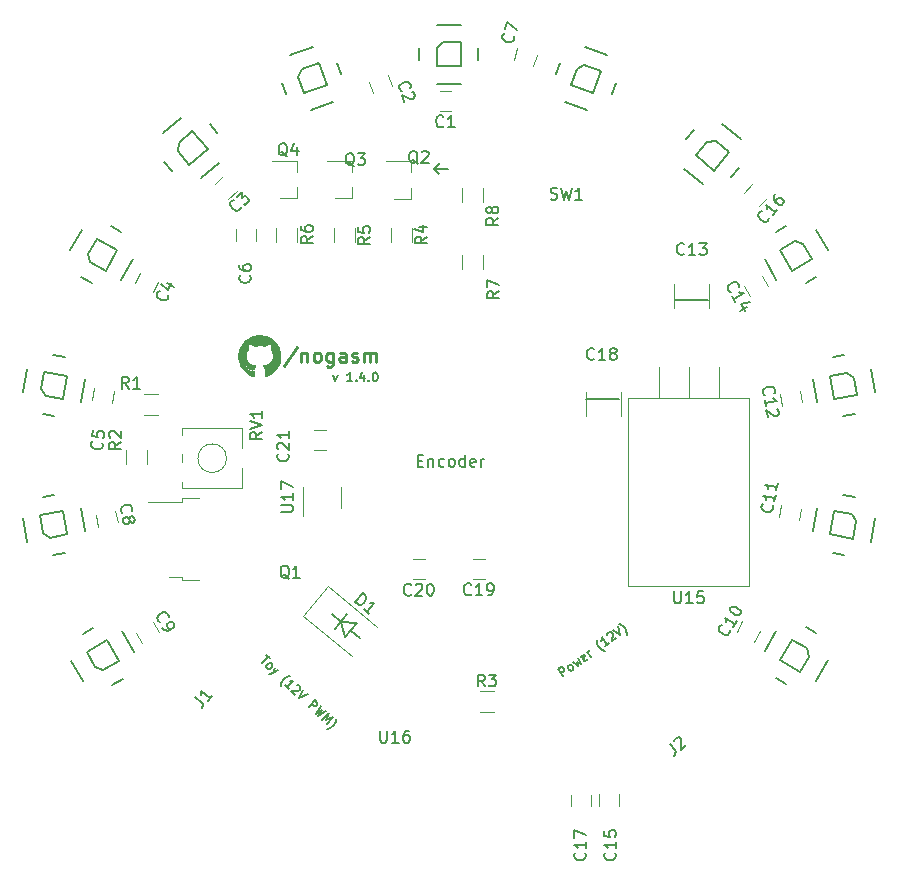
<source format=gto>
%TF.GenerationSoftware,KiCad,Pcbnew,(5.1.9)-1*%
%TF.CreationDate,2021-03-28T17:18:04-04:00*%
%TF.ProjectId,nogasm,6e6f6761-736d-42e6-9b69-6361645f7063,rev?*%
%TF.SameCoordinates,Original*%
%TF.FileFunction,Legend,Top*%
%TF.FilePolarity,Positive*%
%FSLAX46Y46*%
G04 Gerber Fmt 4.6, Leading zero omitted, Abs format (unit mm)*
G04 Created by KiCad (PCBNEW (5.1.9)-1) date 2021-03-28 17:18:04*
%MOMM*%
%LPD*%
G01*
G04 APERTURE LIST*
%ADD10C,0.200000*%
%ADD11C,0.150000*%
%ADD12C,0.250000*%
%ADD13C,0.120000*%
%ADD14C,0.010000*%
G04 APERTURE END LIST*
D10*
X118630700Y-61112400D02*
X119037100Y-61518800D01*
X118630700Y-61112400D02*
X119138700Y-60604400D01*
X119799100Y-61112400D02*
X118630700Y-61112400D01*
D11*
X129606781Y-104070278D02*
X129165942Y-103463515D01*
X129397090Y-103295577D01*
X129475869Y-103282485D01*
X129525755Y-103290387D01*
X129596633Y-103327181D01*
X129659610Y-103413862D01*
X129672701Y-103492641D01*
X129664800Y-103542527D01*
X129628006Y-103613405D01*
X129396858Y-103781343D01*
X130300224Y-103566462D02*
X130221445Y-103579553D01*
X130171559Y-103571652D01*
X130100681Y-103534858D01*
X129974727Y-103361497D01*
X129961636Y-103282717D01*
X129969537Y-103232832D01*
X130006332Y-103161954D01*
X130093012Y-103098977D01*
X130171791Y-103085885D01*
X130221677Y-103093786D01*
X130292555Y-103130581D01*
X130418509Y-103303942D01*
X130431600Y-103382721D01*
X130423699Y-103432607D01*
X130386905Y-103503485D01*
X130300224Y-103566462D01*
X130410840Y-102868061D02*
X130820307Y-103188600D01*
X130725957Y-102815696D01*
X131051454Y-103020661D01*
X130873136Y-102532184D01*
X131608331Y-102571921D02*
X131571537Y-102642800D01*
X131455963Y-102726769D01*
X131377184Y-102739860D01*
X131306306Y-102703065D01*
X131138367Y-102471918D01*
X131125276Y-102393138D01*
X131162070Y-102322260D01*
X131277644Y-102238291D01*
X131356423Y-102225200D01*
X131427302Y-102261994D01*
X131469286Y-102319781D01*
X131222336Y-102587492D01*
X131918258Y-102390892D02*
X131624366Y-101986383D01*
X131708335Y-102101957D02*
X131695244Y-102023178D01*
X131703145Y-101973292D01*
X131739940Y-101902414D01*
X131797726Y-101860429D01*
X133097468Y-101887308D02*
X133047582Y-101879407D01*
X132926819Y-101834711D01*
X132855940Y-101797916D01*
X132764070Y-101732228D01*
X132630215Y-101608753D01*
X132546245Y-101493179D01*
X132470177Y-101327720D01*
X132436094Y-101220047D01*
X132423003Y-101141268D01*
X132417813Y-101012603D01*
X132425714Y-100962717D01*
X133478505Y-101257306D02*
X133131784Y-101509214D01*
X133305145Y-101383260D02*
X132864306Y-100776497D01*
X132869496Y-100905162D01*
X132853693Y-101004934D01*
X132816899Y-101075812D01*
X133310799Y-100540391D02*
X133318700Y-100490505D01*
X133355495Y-100419627D01*
X133499962Y-100314666D01*
X133578741Y-100301574D01*
X133628627Y-100309476D01*
X133699505Y-100346270D01*
X133741490Y-100404057D01*
X133775573Y-100511730D01*
X133680760Y-101110359D01*
X134056375Y-100837459D01*
X133788897Y-100104742D02*
X134431990Y-100564559D01*
X134193405Y-99810850D01*
X134946650Y-100543799D02*
X134954551Y-100493913D01*
X134949361Y-100365248D01*
X134936270Y-100286468D01*
X134902186Y-100178796D01*
X134826118Y-100013336D01*
X134742149Y-99897762D01*
X134608294Y-99774287D01*
X134516423Y-99708599D01*
X134445545Y-99671805D01*
X134324781Y-99627109D01*
X134274895Y-99619208D01*
X104412092Y-102259843D02*
X104725530Y-102552128D01*
X104057312Y-102954501D02*
X104568811Y-102405986D01*
X104475229Y-103344214D02*
X104447346Y-103269380D01*
X104445583Y-103218904D01*
X104468178Y-103142307D01*
X104614320Y-102985588D01*
X104689154Y-102957706D01*
X104739631Y-102955943D01*
X104816228Y-102978538D01*
X104894587Y-103051609D01*
X104922470Y-103126443D01*
X104924232Y-103176920D01*
X104901638Y-103253516D01*
X104755495Y-103410235D01*
X104680661Y-103438117D01*
X104630185Y-103439880D01*
X104553588Y-103417286D01*
X104475229Y-103344214D01*
X105181905Y-103319537D02*
X104971504Y-103806999D01*
X105443102Y-103563108D02*
X104971504Y-103806999D01*
X104797479Y-103888884D01*
X104747002Y-103890646D01*
X104670406Y-103868052D01*
X105690840Y-104868455D02*
X105689077Y-104817978D01*
X105709909Y-104690905D01*
X105732503Y-104614308D01*
X105779455Y-104511592D01*
X105875120Y-104356636D01*
X105972549Y-104252157D01*
X106120454Y-104145915D01*
X106219645Y-104091913D01*
X106294479Y-104064030D01*
X106419790Y-104034385D01*
X106470266Y-104032622D01*
X106381972Y-105122282D02*
X106068535Y-104829996D01*
X106225253Y-104976139D02*
X106736752Y-104427624D01*
X106611441Y-104457269D01*
X106510488Y-104460794D01*
X106433891Y-104438200D01*
X107053715Y-104820862D02*
X107104192Y-104819100D01*
X107180788Y-104841694D01*
X107311387Y-104963480D01*
X107339270Y-105038314D01*
X107341032Y-105088790D01*
X107318438Y-105165387D01*
X107269724Y-105217627D01*
X107170533Y-105271629D01*
X106564811Y-105292781D01*
X106904368Y-105609423D01*
X107572585Y-105207050D02*
X107243925Y-105926065D01*
X107938262Y-105548050D01*
X108027518Y-106656778D02*
X108539017Y-106108263D01*
X108747975Y-106303119D01*
X108775857Y-106377953D01*
X108777620Y-106428430D01*
X108755026Y-106505027D01*
X108681954Y-106583386D01*
X108607121Y-106611268D01*
X108556644Y-106613031D01*
X108480047Y-106590437D01*
X108271089Y-106395580D01*
X109035292Y-106571047D02*
X108654393Y-107241348D01*
X109124228Y-106946980D01*
X108863351Y-107436205D01*
X109505448Y-107009475D01*
X109202908Y-107752847D02*
X109714407Y-107204331D01*
X109531889Y-107766628D01*
X110080083Y-107545331D01*
X109568585Y-108093846D01*
X109582686Y-108497661D02*
X109633163Y-108495898D01*
X109758474Y-108466253D01*
X109833308Y-108438370D01*
X109932499Y-108384368D01*
X110080404Y-108278126D01*
X110177832Y-108173647D01*
X110273498Y-108018691D01*
X110320450Y-107915975D01*
X110343044Y-107839378D01*
X110363876Y-107712305D01*
X110362113Y-107661828D01*
X110121142Y-78579285D02*
X110299714Y-79079285D01*
X110478285Y-78579285D01*
X111728285Y-79079285D02*
X111299714Y-79079285D01*
X111514000Y-79079285D02*
X111514000Y-78329285D01*
X111442571Y-78436428D01*
X111371142Y-78507857D01*
X111299714Y-78543571D01*
X112049714Y-79007857D02*
X112085428Y-79043571D01*
X112049714Y-79079285D01*
X112014000Y-79043571D01*
X112049714Y-79007857D01*
X112049714Y-79079285D01*
X112728285Y-78579285D02*
X112728285Y-79079285D01*
X112549714Y-78293571D02*
X112371142Y-78829285D01*
X112835428Y-78829285D01*
X113121142Y-79007857D02*
X113156857Y-79043571D01*
X113121142Y-79079285D01*
X113085428Y-79043571D01*
X113121142Y-79007857D01*
X113121142Y-79079285D01*
X113621142Y-78329285D02*
X113692571Y-78329285D01*
X113764000Y-78365000D01*
X113799714Y-78400714D01*
X113835428Y-78472142D01*
X113871142Y-78615000D01*
X113871142Y-78793571D01*
X113835428Y-78936428D01*
X113799714Y-79007857D01*
X113764000Y-79043571D01*
X113692571Y-79079285D01*
X113621142Y-79079285D01*
X113549714Y-79043571D01*
X113514000Y-79007857D01*
X113478285Y-78936428D01*
X113442571Y-78793571D01*
X113442571Y-78615000D01*
X113478285Y-78472142D01*
X113514000Y-78400714D01*
X113549714Y-78365000D01*
X113621142Y-78329285D01*
D10*
X139065000Y-72186800D02*
X141859000Y-72186800D01*
X131533900Y-80568800D02*
X134327900Y-80568800D01*
X110744000Y-99441000D02*
X109982000Y-98806000D01*
X111633000Y-100203000D02*
X112395000Y-100838000D01*
X112141000Y-99568000D02*
X110744000Y-99441000D01*
X111125000Y-100711000D02*
X112141000Y-99568000D01*
X110744000Y-99441000D02*
X111125000Y-100711000D01*
X110236000Y-100076000D02*
X111252000Y-98806000D01*
D12*
X107013742Y-76209614D02*
X105985171Y-77752471D01*
X107413742Y-76666757D02*
X107413742Y-77466757D01*
X107413742Y-76781042D02*
X107470885Y-76723900D01*
X107585171Y-76666757D01*
X107756600Y-76666757D01*
X107870885Y-76723900D01*
X107928028Y-76838185D01*
X107928028Y-77466757D01*
X108670885Y-77466757D02*
X108556600Y-77409614D01*
X108499457Y-77352471D01*
X108442314Y-77238185D01*
X108442314Y-76895328D01*
X108499457Y-76781042D01*
X108556600Y-76723900D01*
X108670885Y-76666757D01*
X108842314Y-76666757D01*
X108956600Y-76723900D01*
X109013742Y-76781042D01*
X109070885Y-76895328D01*
X109070885Y-77238185D01*
X109013742Y-77352471D01*
X108956600Y-77409614D01*
X108842314Y-77466757D01*
X108670885Y-77466757D01*
X110099457Y-76666757D02*
X110099457Y-77638185D01*
X110042314Y-77752471D01*
X109985171Y-77809614D01*
X109870885Y-77866757D01*
X109699457Y-77866757D01*
X109585171Y-77809614D01*
X110099457Y-77409614D02*
X109985171Y-77466757D01*
X109756600Y-77466757D01*
X109642314Y-77409614D01*
X109585171Y-77352471D01*
X109528028Y-77238185D01*
X109528028Y-76895328D01*
X109585171Y-76781042D01*
X109642314Y-76723900D01*
X109756600Y-76666757D01*
X109985171Y-76666757D01*
X110099457Y-76723900D01*
X111185171Y-77466757D02*
X111185171Y-76838185D01*
X111128028Y-76723900D01*
X111013742Y-76666757D01*
X110785171Y-76666757D01*
X110670885Y-76723900D01*
X111185171Y-77409614D02*
X111070885Y-77466757D01*
X110785171Y-77466757D01*
X110670885Y-77409614D01*
X110613742Y-77295328D01*
X110613742Y-77181042D01*
X110670885Y-77066757D01*
X110785171Y-77009614D01*
X111070885Y-77009614D01*
X111185171Y-76952471D01*
X111699457Y-77409614D02*
X111813742Y-77466757D01*
X112042314Y-77466757D01*
X112156600Y-77409614D01*
X112213742Y-77295328D01*
X112213742Y-77238185D01*
X112156600Y-77123900D01*
X112042314Y-77066757D01*
X111870885Y-77066757D01*
X111756600Y-77009614D01*
X111699457Y-76895328D01*
X111699457Y-76838185D01*
X111756600Y-76723900D01*
X111870885Y-76666757D01*
X112042314Y-76666757D01*
X112156600Y-76723900D01*
X112728028Y-77466757D02*
X112728028Y-76666757D01*
X112728028Y-76781042D02*
X112785171Y-76723900D01*
X112899457Y-76666757D01*
X113070885Y-76666757D01*
X113185171Y-76723900D01*
X113242314Y-76838185D01*
X113242314Y-77466757D01*
X113242314Y-76838185D02*
X113299457Y-76723900D01*
X113413742Y-76666757D01*
X113585171Y-76666757D01*
X113699457Y-76723900D01*
X113756600Y-76838185D01*
X113756600Y-77466757D01*
D13*
%TO.C,C19*%
X122928000Y-94146000D02*
X121928000Y-94146000D01*
X121928000Y-95846000D02*
X122928000Y-95846000D01*
%TO.C,C1*%
X120114000Y-54522000D02*
X119114000Y-54522000D01*
X119114000Y-56222000D02*
X120114000Y-56222000D01*
%TO.C,C2*%
X113156726Y-53764255D02*
X113498746Y-54703947D01*
X115096224Y-54122513D02*
X114754204Y-53182821D01*
%TO.C,C3*%
X100807742Y-61697349D02*
X100064598Y-62366479D01*
X101202120Y-63629825D02*
X101945264Y-62960695D01*
%TO.C,C4*%
X93769686Y-69897481D02*
X93331314Y-70796275D01*
X94859264Y-71541505D02*
X95297636Y-70642711D01*
%TO.C,C5*%
X89825825Y-79670569D02*
X89686652Y-80660837D01*
X91370107Y-80897431D02*
X91509280Y-79907163D01*
%TO.C,C6*%
X103580300Y-67169600D02*
X103580300Y-66169600D01*
X101880300Y-66169600D02*
X101880300Y-67169600D01*
%TO.C,C7*%
X125713019Y-50905457D02*
X125405662Y-51857051D01*
X127023373Y-52379557D02*
X127330730Y-51427963D01*
%TO.C,C8*%
X89990729Y-90412966D02*
X90198640Y-91391114D01*
X91861491Y-91037664D02*
X91653580Y-90059516D01*
%TO.C,C9*%
X93402598Y-100400467D02*
X93932518Y-101248515D01*
X95374200Y-100347653D02*
X94844280Y-99499605D01*
%TO.C,C10*%
X145732637Y-101129569D02*
X146232637Y-100263543D01*
X144760393Y-99413543D02*
X144260393Y-100279569D01*
%TO.C,C11*%
X148056797Y-89568985D02*
X147883149Y-90553793D01*
X149557323Y-90848995D02*
X149730971Y-89864187D01*
%TO.C,C12*%
X149767911Y-80862803D02*
X149594263Y-79877995D01*
X147920089Y-80173197D02*
X148093737Y-81158005D01*
%TO.C,C14*%
X146899122Y-71032629D02*
X146399122Y-70166603D01*
X144926878Y-71016603D02*
X145426878Y-71882629D01*
%TO.C,C15*%
X134327000Y-115034000D02*
X134327000Y-114034000D01*
X132627000Y-114034000D02*
X132627000Y-115034000D01*
%TO.C,C16*%
X145573305Y-62392736D02*
X144904175Y-63135880D01*
X146167521Y-64273402D02*
X146836651Y-63530258D01*
%TO.C,C17*%
X131914000Y-115074000D02*
X131914000Y-114074000D01*
X130214000Y-114074000D02*
X130214000Y-115074000D01*
%TO.C,C20*%
X116848000Y-95846000D02*
X117848000Y-95846000D01*
X117848000Y-94146000D02*
X116848000Y-94146000D01*
%TO.C,C21*%
X109486000Y-83224000D02*
X108486000Y-83224000D01*
X108486000Y-84924000D02*
X109486000Y-84924000D01*
%TO.C,Q1*%
X97284000Y-95636000D02*
X96184000Y-95636000D01*
X97284000Y-95906000D02*
X97284000Y-95636000D01*
X98784000Y-95906000D02*
X97284000Y-95906000D01*
X97284000Y-89276000D02*
X94454000Y-89276000D01*
X97284000Y-89006000D02*
X97284000Y-89276000D01*
X98784000Y-89006000D02*
X97284000Y-89006000D01*
%TO.C,Q2*%
X116733100Y-63622000D02*
X115273100Y-63622000D01*
X116733100Y-60462000D02*
X114573100Y-60462000D01*
X116733100Y-60462000D02*
X116733100Y-61392000D01*
X116733100Y-63622000D02*
X116733100Y-62692000D01*
%TO.C,Q3*%
X111735900Y-63556000D02*
X110275900Y-63556000D01*
X111735900Y-60396000D02*
X109575900Y-60396000D01*
X111735900Y-60396000D02*
X111735900Y-61326000D01*
X111735900Y-63556000D02*
X111735900Y-62626000D01*
%TO.C,Q4*%
X107081100Y-63571200D02*
X105621100Y-63571200D01*
X107081100Y-60411200D02*
X104921100Y-60411200D01*
X107081100Y-60411200D02*
X107081100Y-61341200D01*
X107081100Y-63571200D02*
X107081100Y-62641200D01*
%TO.C,R1*%
X94062000Y-80146000D02*
X95262000Y-80146000D01*
X95262000Y-81906000D02*
X94062000Y-81906000D01*
%TO.C,R2*%
X92592000Y-86118000D02*
X92592000Y-84918000D01*
X94352000Y-84918000D02*
X94352000Y-86118000D01*
%TO.C,R3*%
X122510000Y-105292000D02*
X123710000Y-105292000D01*
X123710000Y-107052000D02*
X122510000Y-107052000D01*
%TO.C,R4*%
X116767500Y-66078800D02*
X116767500Y-67278800D01*
X115007500Y-67278800D02*
X115007500Y-66078800D01*
%TO.C,R5*%
X111941500Y-66122000D02*
X111941500Y-67322000D01*
X110181500Y-67322000D02*
X110181500Y-66122000D01*
%TO.C,R6*%
X107013900Y-66078800D02*
X107013900Y-67278800D01*
X105253900Y-67278800D02*
X105253900Y-66078800D01*
%TO.C,R7*%
X121040000Y-69561000D02*
X121040000Y-68361000D01*
X122800000Y-68361000D02*
X122800000Y-69561000D01*
%TO.C,R8*%
X121040000Y-63893000D02*
X121040000Y-62693000D01*
X122800000Y-62693000D02*
X122800000Y-63893000D01*
%TO.C,RV1*%
X101076000Y-85598000D02*
G75*
G03*
X101076000Y-85598000I-1210000J0D01*
G01*
X97306000Y-83618000D02*
X97306000Y-83038000D01*
X97306000Y-85918000D02*
X97306000Y-85278000D01*
X97306000Y-88158000D02*
X97306000Y-87578000D01*
X102426000Y-84768000D02*
X102426000Y-83038000D01*
X102426000Y-88158000D02*
X102426000Y-86428000D01*
X102426000Y-83038000D02*
X97306000Y-83038000D01*
X102426000Y-88158000D02*
X97306000Y-88158000D01*
%TO.C,U17*%
X107544000Y-88000000D02*
X107544000Y-90450000D01*
X110764000Y-89800000D02*
X110764000Y-88000000D01*
D14*
%TO.C,G\u002A\u002A\u002A*%
G36*
X102738517Y-77703172D02*
G01*
X102749506Y-77718120D01*
X102749552Y-77718255D01*
X102745619Y-77725390D01*
X102732255Y-77728119D01*
X102716410Y-77726321D01*
X102705035Y-77719878D01*
X102704444Y-77719029D01*
X102704498Y-77705898D01*
X102708411Y-77700169D01*
X102722434Y-77696140D01*
X102738517Y-77703172D01*
G37*
X102738517Y-77703172D02*
X102749506Y-77718120D01*
X102749552Y-77718255D01*
X102745619Y-77725390D01*
X102732255Y-77728119D01*
X102716410Y-77726321D01*
X102705035Y-77719878D01*
X102704444Y-77719029D01*
X102704498Y-77705898D01*
X102708411Y-77700169D01*
X102722434Y-77696140D01*
X102738517Y-77703172D01*
G36*
X102804693Y-77761604D02*
G01*
X102810533Y-77766152D01*
X102825052Y-77784262D01*
X102825417Y-77797753D01*
X102811847Y-77804201D01*
X102807071Y-77804434D01*
X102787639Y-77797813D01*
X102780830Y-77786648D01*
X102779552Y-77766638D01*
X102788769Y-77757419D01*
X102804693Y-77761604D01*
G37*
X102804693Y-77761604D02*
X102810533Y-77766152D01*
X102825052Y-77784262D01*
X102825417Y-77797753D01*
X102811847Y-77804201D01*
X102807071Y-77804434D01*
X102787639Y-77797813D01*
X102780830Y-77786648D01*
X102779552Y-77766638D01*
X102788769Y-77757419D01*
X102804693Y-77761604D01*
G36*
X102882808Y-77855323D02*
G01*
X102893189Y-77870777D01*
X102895285Y-77888568D01*
X102889430Y-77902282D01*
X102880160Y-77906033D01*
X102861379Y-77900673D01*
X102854760Y-77895874D01*
X102845131Y-77878504D01*
X102846853Y-77862007D01*
X102856857Y-77850816D01*
X102872076Y-77849366D01*
X102882808Y-77855323D01*
G37*
X102882808Y-77855323D02*
X102893189Y-77870777D01*
X102895285Y-77888568D01*
X102889430Y-77902282D01*
X102880160Y-77906033D01*
X102861379Y-77900673D01*
X102854760Y-77895874D01*
X102845131Y-77878504D01*
X102846853Y-77862007D01*
X102856857Y-77850816D01*
X102872076Y-77849366D01*
X102882808Y-77855323D01*
G36*
X102969503Y-77954653D02*
G01*
X102985296Y-77969704D01*
X102992374Y-77987809D01*
X102991222Y-77995905D01*
X102979873Y-78005330D01*
X102961224Y-78006954D01*
X102943128Y-78000542D01*
X102939427Y-77997474D01*
X102931225Y-77981255D01*
X102929267Y-77967840D01*
X102933330Y-77952772D01*
X102948444Y-77948381D01*
X102949953Y-77948367D01*
X102969503Y-77954653D01*
G37*
X102969503Y-77954653D02*
X102985296Y-77969704D01*
X102992374Y-77987809D01*
X102991222Y-77995905D01*
X102979873Y-78005330D01*
X102961224Y-78006954D01*
X102943128Y-78000542D01*
X102939427Y-77997474D01*
X102931225Y-77981255D01*
X102929267Y-77967840D01*
X102933330Y-77952772D01*
X102948444Y-77948381D01*
X102949953Y-77948367D01*
X102969503Y-77954653D01*
G36*
X103098402Y-78029816D02*
G01*
X103114319Y-78042646D01*
X103119525Y-78058677D01*
X103118501Y-78062912D01*
X103107047Y-78072385D01*
X103087554Y-78074939D01*
X103067432Y-78070590D01*
X103056356Y-78062775D01*
X103049534Y-78044986D01*
X103056984Y-78030615D01*
X103076111Y-78024569D01*
X103076563Y-78024567D01*
X103098402Y-78029816D01*
G37*
X103098402Y-78029816D02*
X103114319Y-78042646D01*
X103119525Y-78058677D01*
X103118501Y-78062912D01*
X103107047Y-78072385D01*
X103087554Y-78074939D01*
X103067432Y-78070590D01*
X103056356Y-78062775D01*
X103049534Y-78044986D01*
X103056984Y-78030615D01*
X103076111Y-78024569D01*
X103076563Y-78024567D01*
X103098402Y-78029816D01*
G36*
X103390467Y-78037156D02*
G01*
X103401849Y-78047576D01*
X103400238Y-78062054D01*
X103390458Y-78072358D01*
X103364168Y-78083106D01*
X103338203Y-78077008D01*
X103335667Y-78075478D01*
X103327981Y-78063775D01*
X103333481Y-78050566D01*
X103349229Y-78039527D01*
X103368329Y-78034609D01*
X103390467Y-78037156D01*
G37*
X103390467Y-78037156D02*
X103401849Y-78047576D01*
X103400238Y-78062054D01*
X103390458Y-78072358D01*
X103364168Y-78083106D01*
X103338203Y-78077008D01*
X103335667Y-78075478D01*
X103327981Y-78063775D01*
X103333481Y-78050566D01*
X103349229Y-78039527D01*
X103368329Y-78034609D01*
X103390467Y-78037156D01*
G36*
X103251887Y-78054431D02*
G01*
X103264178Y-78065556D01*
X103263374Y-78079936D01*
X103254076Y-78089960D01*
X103229921Y-78100039D01*
X103208231Y-78095245D01*
X103200290Y-78088175D01*
X103192848Y-78070620D01*
X103200368Y-78057152D01*
X103220946Y-78050335D01*
X103228662Y-78049967D01*
X103251887Y-78054431D01*
G37*
X103251887Y-78054431D02*
X103264178Y-78065556D01*
X103263374Y-78079936D01*
X103254076Y-78089960D01*
X103229921Y-78100039D01*
X103208231Y-78095245D01*
X103200290Y-78088175D01*
X103192848Y-78070620D01*
X103200368Y-78057152D01*
X103220946Y-78050335D01*
X103228662Y-78049967D01*
X103251887Y-78054431D01*
G36*
X103955131Y-75192286D02*
G01*
X104124717Y-75209816D01*
X104291395Y-75243314D01*
X104453933Y-75292300D01*
X104611103Y-75356297D01*
X104761673Y-75434824D01*
X104904413Y-75527402D01*
X105038092Y-75633552D01*
X105122625Y-75712675D01*
X105236904Y-75838708D01*
X105337640Y-75974162D01*
X105424466Y-76117862D01*
X105497016Y-76268628D01*
X105554924Y-76425283D01*
X105597824Y-76586650D01*
X105625349Y-76751549D01*
X105637134Y-76918805D01*
X105632811Y-77087238D01*
X105612016Y-77255671D01*
X105608500Y-77275267D01*
X105569619Y-77439325D01*
X105515253Y-77597889D01*
X105446237Y-77749962D01*
X105363409Y-77894547D01*
X105267607Y-78030649D01*
X105159668Y-78157269D01*
X105040429Y-78273413D01*
X104910729Y-78378083D01*
X104771403Y-78470284D01*
X104623290Y-78549017D01*
X104491564Y-78604440D01*
X104438019Y-78622318D01*
X104396335Y-78631082D01*
X104364100Y-78630732D01*
X104338907Y-78621271D01*
X104319930Y-78604585D01*
X104314799Y-78598294D01*
X104310682Y-78591409D01*
X104307469Y-78582121D01*
X104305047Y-78568618D01*
X104303304Y-78549088D01*
X104302128Y-78521721D01*
X104301409Y-78484705D01*
X104301033Y-78436229D01*
X104300890Y-78374482D01*
X104300867Y-78297653D01*
X104300867Y-78295773D01*
X104300647Y-78207482D01*
X104299949Y-78134427D01*
X104298715Y-78074917D01*
X104296884Y-78027259D01*
X104294400Y-77989763D01*
X104291203Y-77960735D01*
X104288736Y-77945719D01*
X104268514Y-77873794D01*
X104237294Y-77806238D01*
X104209831Y-77764310D01*
X104199828Y-77750875D01*
X104195700Y-77741682D01*
X104199633Y-77735327D01*
X104213814Y-77730408D01*
X104240432Y-77725522D01*
X104279549Y-77719584D01*
X104407294Y-77694164D01*
X104521888Y-77658124D01*
X104623536Y-77611252D01*
X104712446Y-77553334D01*
X104788823Y-77484157D01*
X104852874Y-77403509D01*
X104904804Y-77311177D01*
X104944821Y-77206949D01*
X104973129Y-77090611D01*
X104987426Y-76989259D01*
X104993090Y-76869011D01*
X104984580Y-76757485D01*
X104961687Y-76653825D01*
X104924203Y-76557179D01*
X104871919Y-76466691D01*
X104853646Y-76441061D01*
X104812828Y-76386267D01*
X104827203Y-76331233D01*
X104837364Y-76274591D01*
X104841892Y-76208252D01*
X104840809Y-76138479D01*
X104834135Y-76071537D01*
X104826210Y-76029978D01*
X104814930Y-75984616D01*
X104805458Y-75953247D01*
X104796074Y-75933305D01*
X104785055Y-75922223D01*
X104770681Y-75917433D01*
X104751229Y-75916368D01*
X104750020Y-75916367D01*
X104696123Y-75921832D01*
X104632373Y-75937551D01*
X104561553Y-75962509D01*
X104486450Y-75995690D01*
X104409847Y-76036080D01*
X104390300Y-76047476D01*
X104302184Y-76099893D01*
X104210509Y-76080694D01*
X104059706Y-76055558D01*
X103910967Y-76044212D01*
X103856367Y-76043367D01*
X103706726Y-76049899D01*
X103557442Y-76069964D01*
X103502225Y-76080694D01*
X103410550Y-76099893D01*
X103322433Y-76047476D01*
X103245895Y-76005401D01*
X103170142Y-75970274D01*
X103097958Y-75943111D01*
X103032129Y-75924926D01*
X102975441Y-75916734D01*
X102962714Y-75916367D01*
X102942944Y-75917305D01*
X102928343Y-75921833D01*
X102917189Y-75932516D01*
X102907761Y-75951922D01*
X102898338Y-75982619D01*
X102887197Y-76027173D01*
X102886524Y-76029978D01*
X102875958Y-76091335D01*
X102870987Y-76159823D01*
X102871630Y-76229193D01*
X102877907Y-76293199D01*
X102885601Y-76331233D01*
X102900047Y-76386267D01*
X102864533Y-76433428D01*
X102804084Y-76527110D01*
X102759004Y-76627498D01*
X102746366Y-76665667D01*
X102737303Y-76697265D01*
X102730956Y-76724857D01*
X102726844Y-76752742D01*
X102724484Y-76785219D01*
X102723393Y-76826590D01*
X102723102Y-76873100D01*
X102726760Y-76989228D01*
X102738544Y-77092826D01*
X102758970Y-77186490D01*
X102788551Y-77272816D01*
X102812854Y-77326067D01*
X102867224Y-77416287D01*
X102934048Y-77495279D01*
X103013416Y-77563103D01*
X103105421Y-77619819D01*
X103210154Y-77665488D01*
X103327706Y-77700170D01*
X103405313Y-77715882D01*
X103452679Y-77723824D01*
X103485380Y-77729620D01*
X103505310Y-77734661D01*
X103514363Y-77740341D01*
X103514433Y-77748053D01*
X103507413Y-77759191D01*
X103495197Y-77775146D01*
X103491903Y-77779574D01*
X103473127Y-77809664D01*
X103454471Y-77847072D01*
X103438075Y-77886569D01*
X103426082Y-77922926D01*
X103420632Y-77950914D01*
X103420512Y-77953940D01*
X103412408Y-77969196D01*
X103390423Y-77983023D01*
X103357582Y-77994920D01*
X103316912Y-78004385D01*
X103271440Y-78010918D01*
X103224191Y-78014017D01*
X103178192Y-78013183D01*
X103136469Y-78007914D01*
X103119300Y-78003792D01*
X103055391Y-77978775D01*
X102998941Y-77941885D01*
X102947848Y-77891428D01*
X102901864Y-77828620D01*
X102862006Y-77775984D01*
X102815439Y-77730249D01*
X102764658Y-77692754D01*
X102712157Y-77664841D01*
X102660429Y-77647850D01*
X102611969Y-77643120D01*
X102571550Y-77651081D01*
X102553757Y-77661607D01*
X102548293Y-77675482D01*
X102555732Y-77693710D01*
X102576649Y-77717292D01*
X102611617Y-77747234D01*
X102638319Y-77767727D01*
X102681253Y-77804296D01*
X102719398Y-77847239D01*
X102755160Y-77899754D01*
X102790947Y-77965040D01*
X102799037Y-77981383D01*
X102832181Y-78043631D01*
X102865284Y-78092486D01*
X102901246Y-78131233D01*
X102942967Y-78163154D01*
X102977394Y-78183326D01*
X103027744Y-78206689D01*
X103078804Y-78222504D01*
X103134741Y-78231520D01*
X103199723Y-78234485D01*
X103255233Y-78233261D01*
X103298852Y-78231052D01*
X103338191Y-78228421D01*
X103369158Y-78225684D01*
X103387662Y-78223156D01*
X103388583Y-78222948D01*
X103411867Y-78217326D01*
X103411867Y-78399874D01*
X103411805Y-78460033D01*
X103411472Y-78505633D01*
X103410642Y-78539047D01*
X103409092Y-78562650D01*
X103406599Y-78578815D01*
X103402938Y-78589916D01*
X103397886Y-78598327D01*
X103392537Y-78604894D01*
X103370894Y-78622797D01*
X103343506Y-78631212D01*
X103308277Y-78630099D01*
X103263111Y-78619420D01*
X103212146Y-78601564D01*
X103055617Y-78532298D01*
X102907791Y-78449175D01*
X102769441Y-78353119D01*
X102641339Y-78245056D01*
X102524258Y-78125911D01*
X102418971Y-77996608D01*
X102326250Y-77858073D01*
X102246868Y-77711230D01*
X102181598Y-77557005D01*
X102131212Y-77396323D01*
X102104234Y-77275267D01*
X102081466Y-77106787D01*
X102075222Y-76938231D01*
X102085136Y-76770764D01*
X102110845Y-76605552D01*
X102151983Y-76443759D01*
X102208186Y-76286551D01*
X102279090Y-76135093D01*
X102364330Y-75990551D01*
X102463541Y-75854090D01*
X102576359Y-75726875D01*
X102594239Y-75708855D01*
X102723098Y-75592603D01*
X102861272Y-75490253D01*
X103007872Y-75402189D01*
X103162010Y-75328799D01*
X103322798Y-75270470D01*
X103489346Y-75227587D01*
X103660768Y-75200539D01*
X103783866Y-75191203D01*
X103955131Y-75192286D01*
G37*
X103955131Y-75192286D02*
X104124717Y-75209816D01*
X104291395Y-75243314D01*
X104453933Y-75292300D01*
X104611103Y-75356297D01*
X104761673Y-75434824D01*
X104904413Y-75527402D01*
X105038092Y-75633552D01*
X105122625Y-75712675D01*
X105236904Y-75838708D01*
X105337640Y-75974162D01*
X105424466Y-76117862D01*
X105497016Y-76268628D01*
X105554924Y-76425283D01*
X105597824Y-76586650D01*
X105625349Y-76751549D01*
X105637134Y-76918805D01*
X105632811Y-77087238D01*
X105612016Y-77255671D01*
X105608500Y-77275267D01*
X105569619Y-77439325D01*
X105515253Y-77597889D01*
X105446237Y-77749962D01*
X105363409Y-77894547D01*
X105267607Y-78030649D01*
X105159668Y-78157269D01*
X105040429Y-78273413D01*
X104910729Y-78378083D01*
X104771403Y-78470284D01*
X104623290Y-78549017D01*
X104491564Y-78604440D01*
X104438019Y-78622318D01*
X104396335Y-78631082D01*
X104364100Y-78630732D01*
X104338907Y-78621271D01*
X104319930Y-78604585D01*
X104314799Y-78598294D01*
X104310682Y-78591409D01*
X104307469Y-78582121D01*
X104305047Y-78568618D01*
X104303304Y-78549088D01*
X104302128Y-78521721D01*
X104301409Y-78484705D01*
X104301033Y-78436229D01*
X104300890Y-78374482D01*
X104300867Y-78297653D01*
X104300867Y-78295773D01*
X104300647Y-78207482D01*
X104299949Y-78134427D01*
X104298715Y-78074917D01*
X104296884Y-78027259D01*
X104294400Y-77989763D01*
X104291203Y-77960735D01*
X104288736Y-77945719D01*
X104268514Y-77873794D01*
X104237294Y-77806238D01*
X104209831Y-77764310D01*
X104199828Y-77750875D01*
X104195700Y-77741682D01*
X104199633Y-77735327D01*
X104213814Y-77730408D01*
X104240432Y-77725522D01*
X104279549Y-77719584D01*
X104407294Y-77694164D01*
X104521888Y-77658124D01*
X104623536Y-77611252D01*
X104712446Y-77553334D01*
X104788823Y-77484157D01*
X104852874Y-77403509D01*
X104904804Y-77311177D01*
X104944821Y-77206949D01*
X104973129Y-77090611D01*
X104987426Y-76989259D01*
X104993090Y-76869011D01*
X104984580Y-76757485D01*
X104961687Y-76653825D01*
X104924203Y-76557179D01*
X104871919Y-76466691D01*
X104853646Y-76441061D01*
X104812828Y-76386267D01*
X104827203Y-76331233D01*
X104837364Y-76274591D01*
X104841892Y-76208252D01*
X104840809Y-76138479D01*
X104834135Y-76071537D01*
X104826210Y-76029978D01*
X104814930Y-75984616D01*
X104805458Y-75953247D01*
X104796074Y-75933305D01*
X104785055Y-75922223D01*
X104770681Y-75917433D01*
X104751229Y-75916368D01*
X104750020Y-75916367D01*
X104696123Y-75921832D01*
X104632373Y-75937551D01*
X104561553Y-75962509D01*
X104486450Y-75995690D01*
X104409847Y-76036080D01*
X104390300Y-76047476D01*
X104302184Y-76099893D01*
X104210509Y-76080694D01*
X104059706Y-76055558D01*
X103910967Y-76044212D01*
X103856367Y-76043367D01*
X103706726Y-76049899D01*
X103557442Y-76069964D01*
X103502225Y-76080694D01*
X103410550Y-76099893D01*
X103322433Y-76047476D01*
X103245895Y-76005401D01*
X103170142Y-75970274D01*
X103097958Y-75943111D01*
X103032129Y-75924926D01*
X102975441Y-75916734D01*
X102962714Y-75916367D01*
X102942944Y-75917305D01*
X102928343Y-75921833D01*
X102917189Y-75932516D01*
X102907761Y-75951922D01*
X102898338Y-75982619D01*
X102887197Y-76027173D01*
X102886524Y-76029978D01*
X102875958Y-76091335D01*
X102870987Y-76159823D01*
X102871630Y-76229193D01*
X102877907Y-76293199D01*
X102885601Y-76331233D01*
X102900047Y-76386267D01*
X102864533Y-76433428D01*
X102804084Y-76527110D01*
X102759004Y-76627498D01*
X102746366Y-76665667D01*
X102737303Y-76697265D01*
X102730956Y-76724857D01*
X102726844Y-76752742D01*
X102724484Y-76785219D01*
X102723393Y-76826590D01*
X102723102Y-76873100D01*
X102726760Y-76989228D01*
X102738544Y-77092826D01*
X102758970Y-77186490D01*
X102788551Y-77272816D01*
X102812854Y-77326067D01*
X102867224Y-77416287D01*
X102934048Y-77495279D01*
X103013416Y-77563103D01*
X103105421Y-77619819D01*
X103210154Y-77665488D01*
X103327706Y-77700170D01*
X103405313Y-77715882D01*
X103452679Y-77723824D01*
X103485380Y-77729620D01*
X103505310Y-77734661D01*
X103514363Y-77740341D01*
X103514433Y-77748053D01*
X103507413Y-77759191D01*
X103495197Y-77775146D01*
X103491903Y-77779574D01*
X103473127Y-77809664D01*
X103454471Y-77847072D01*
X103438075Y-77886569D01*
X103426082Y-77922926D01*
X103420632Y-77950914D01*
X103420512Y-77953940D01*
X103412408Y-77969196D01*
X103390423Y-77983023D01*
X103357582Y-77994920D01*
X103316912Y-78004385D01*
X103271440Y-78010918D01*
X103224191Y-78014017D01*
X103178192Y-78013183D01*
X103136469Y-78007914D01*
X103119300Y-78003792D01*
X103055391Y-77978775D01*
X102998941Y-77941885D01*
X102947848Y-77891428D01*
X102901864Y-77828620D01*
X102862006Y-77775984D01*
X102815439Y-77730249D01*
X102764658Y-77692754D01*
X102712157Y-77664841D01*
X102660429Y-77647850D01*
X102611969Y-77643120D01*
X102571550Y-77651081D01*
X102553757Y-77661607D01*
X102548293Y-77675482D01*
X102555732Y-77693710D01*
X102576649Y-77717292D01*
X102611617Y-77747234D01*
X102638319Y-77767727D01*
X102681253Y-77804296D01*
X102719398Y-77847239D01*
X102755160Y-77899754D01*
X102790947Y-77965040D01*
X102799037Y-77981383D01*
X102832181Y-78043631D01*
X102865284Y-78092486D01*
X102901246Y-78131233D01*
X102942967Y-78163154D01*
X102977394Y-78183326D01*
X103027744Y-78206689D01*
X103078804Y-78222504D01*
X103134741Y-78231520D01*
X103199723Y-78234485D01*
X103255233Y-78233261D01*
X103298852Y-78231052D01*
X103338191Y-78228421D01*
X103369158Y-78225684D01*
X103387662Y-78223156D01*
X103388583Y-78222948D01*
X103411867Y-78217326D01*
X103411867Y-78399874D01*
X103411805Y-78460033D01*
X103411472Y-78505633D01*
X103410642Y-78539047D01*
X103409092Y-78562650D01*
X103406599Y-78578815D01*
X103402938Y-78589916D01*
X103397886Y-78598327D01*
X103392537Y-78604894D01*
X103370894Y-78622797D01*
X103343506Y-78631212D01*
X103308277Y-78630099D01*
X103263111Y-78619420D01*
X103212146Y-78601564D01*
X103055617Y-78532298D01*
X102907791Y-78449175D01*
X102769441Y-78353119D01*
X102641339Y-78245056D01*
X102524258Y-78125911D01*
X102418971Y-77996608D01*
X102326250Y-77858073D01*
X102246868Y-77711230D01*
X102181598Y-77557005D01*
X102131212Y-77396323D01*
X102104234Y-77275267D01*
X102081466Y-77106787D01*
X102075222Y-76938231D01*
X102085136Y-76770764D01*
X102110845Y-76605552D01*
X102151983Y-76443759D01*
X102208186Y-76286551D01*
X102279090Y-76135093D01*
X102364330Y-75990551D01*
X102463541Y-75854090D01*
X102576359Y-75726875D01*
X102594239Y-75708855D01*
X102723098Y-75592603D01*
X102861272Y-75490253D01*
X103007872Y-75402189D01*
X103162010Y-75328799D01*
X103322798Y-75270470D01*
X103489346Y-75227587D01*
X103660768Y-75200539D01*
X103783866Y-75191203D01*
X103955131Y-75192286D01*
D10*
%TO.C,U12*%
X153390157Y-93789900D02*
X152405350Y-93616252D01*
X150696206Y-91791744D02*
X151043503Y-89822129D01*
X154258398Y-88865862D02*
X153273591Y-88692214D01*
X155620245Y-92659985D02*
X155967542Y-90690370D01*
X154403506Y-90922301D02*
X154143034Y-92399513D01*
X153997926Y-90343073D02*
X154403506Y-90922301D01*
X152520714Y-90082601D02*
X153997926Y-90343073D01*
X152173418Y-92052217D02*
X152520714Y-90082601D01*
X154143034Y-92399513D02*
X152173418Y-92052217D01*
%TO.C,U8*%
X134023177Y-53817430D02*
X133681156Y-54757123D01*
X131587577Y-56123478D02*
X129708192Y-55439437D01*
X129324714Y-52107329D02*
X128982693Y-53047022D01*
X133297678Y-51425015D02*
X131418293Y-50740974D01*
X131375109Y-52321523D02*
X132784648Y-52834554D01*
X130734252Y-52620360D02*
X131375109Y-52321523D01*
X130221222Y-54029898D02*
X130734252Y-52620360D01*
X132100607Y-54713939D02*
X130221222Y-54029898D01*
X132784648Y-52834554D02*
X132100607Y-54713939D01*
%TO.C,U4*%
X91294937Y-65949036D02*
X92160963Y-66449036D01*
X93143014Y-68748075D02*
X92143014Y-70480125D01*
X88794937Y-70279164D02*
X89660963Y-70779164D01*
X88812886Y-66248075D02*
X87812886Y-67980125D01*
X89361925Y-68297113D02*
X90111925Y-66998075D01*
X89544937Y-68980125D02*
X89361925Y-68297113D01*
X90843975Y-69730125D02*
X89544937Y-68980125D01*
X91843975Y-67998075D02*
X90843975Y-69730125D01*
X90111925Y-66998075D02*
X91843975Y-67998075D01*
%TO.C,U11*%
X154258398Y-81822137D02*
X153273591Y-81995785D01*
X151043503Y-80865870D02*
X150696206Y-78896255D01*
X153390157Y-76898099D02*
X152405350Y-77071747D01*
X155967542Y-79997629D02*
X155620245Y-78028014D01*
X154229858Y-78780890D02*
X154490330Y-80258102D01*
X153650630Y-78375310D02*
X154229858Y-78780890D01*
X152173418Y-78635782D02*
X153650630Y-78375310D01*
X152520714Y-80605398D02*
X152173418Y-78635782D01*
X154490330Y-80258102D02*
X152520714Y-80605398D01*
%TO.C,U7*%
X122388000Y-50884200D02*
X122388000Y-51884200D01*
X120888000Y-53884200D02*
X118888000Y-53884200D01*
X117388000Y-50884200D02*
X117388000Y-51884200D01*
X120888000Y-48884200D02*
X118888000Y-48884200D01*
X119388000Y-50384200D02*
X120888000Y-50384200D01*
X118888000Y-50884200D02*
X119388000Y-50384200D01*
X118888000Y-52384200D02*
X118888000Y-50884200D01*
X120888000Y-52384200D02*
X118888000Y-52384200D01*
X120888000Y-50384200D02*
X120888000Y-52384200D01*
%TO.C,U3*%
X86385842Y-76898099D02*
X87370649Y-77071747D01*
X89079793Y-78896255D02*
X88732496Y-80865870D01*
X85517601Y-81822137D02*
X86502408Y-81995785D01*
X84155754Y-78028014D02*
X83808457Y-79997629D01*
X85372493Y-79765698D02*
X85632965Y-78288486D01*
X85778073Y-80344926D02*
X85372493Y-79765698D01*
X87255285Y-80605398D02*
X85778073Y-80344926D01*
X87602581Y-78635782D02*
X87255285Y-80605398D01*
X85632965Y-78288486D02*
X87602581Y-78635782D01*
%TO.C,U6*%
X110451285Y-52107329D02*
X110793306Y-53047022D01*
X110067807Y-55439437D02*
X108188422Y-56123478D01*
X105752822Y-53817430D02*
X106094843Y-54757123D01*
X108357706Y-50740974D02*
X106478321Y-51425015D01*
X107461198Y-52663543D02*
X108870736Y-52150513D01*
X107162361Y-53304400D02*
X107461198Y-52663543D01*
X107675392Y-54713939D02*
X107162361Y-53304400D01*
X109554777Y-54029898D02*
X107675392Y-54713939D01*
X108870736Y-52150513D02*
X109554777Y-54029898D01*
%TO.C,U2*%
X85517601Y-88865862D02*
X86502408Y-88692214D01*
X88732496Y-89822129D02*
X89079793Y-91791744D01*
X86385842Y-93789900D02*
X87370649Y-93616252D01*
X83808457Y-90690370D02*
X84155754Y-92659985D01*
X85546141Y-91907109D02*
X85285669Y-90429897D01*
X86125369Y-92312689D02*
X85546141Y-91907109D01*
X87602581Y-92052217D02*
X86125369Y-92312689D01*
X87255285Y-90082601D02*
X87602581Y-92052217D01*
X85285669Y-90429897D02*
X87255285Y-90082601D01*
%TO.C,U13*%
X148481062Y-104738964D02*
X147615036Y-104238964D01*
X146632985Y-101939925D02*
X147632985Y-100207875D01*
X150981062Y-100408836D02*
X150115036Y-99908836D01*
X150963113Y-104439925D02*
X151963113Y-102707875D01*
X150414074Y-102390887D02*
X149664074Y-103689925D01*
X150231062Y-101707875D02*
X150414074Y-102390887D01*
X148932024Y-100957875D02*
X150231062Y-101707875D01*
X147932024Y-102689925D02*
X148932024Y-100957875D01*
X149664074Y-103689925D02*
X147932024Y-102689925D01*
%TO.C,U9*%
X144461443Y-61061230D02*
X143818655Y-61827274D01*
X141384013Y-62395182D02*
X139851925Y-61109606D01*
X140631221Y-57847292D02*
X139988433Y-58613336D01*
X144597951Y-58564960D02*
X143065863Y-57279384D01*
X142484703Y-58749845D02*
X143633770Y-59714026D01*
X141780287Y-58811473D02*
X142484703Y-58749845D01*
X140816106Y-59960540D02*
X141780287Y-58811473D01*
X142348195Y-61246115D02*
X140816106Y-59960540D01*
X143633770Y-59714026D02*
X142348195Y-61246115D01*
%TO.C,U5*%
X99652778Y-57339292D02*
X100295566Y-58105336D01*
X100432074Y-60601606D02*
X98899986Y-61887182D01*
X95822556Y-60553230D02*
X96465344Y-61319274D01*
X97218136Y-56771384D02*
X95686048Y-58056960D01*
X97033251Y-58884632D02*
X98182318Y-57920451D01*
X96971623Y-59589048D02*
X97033251Y-58884632D01*
X97935804Y-60738115D02*
X96971623Y-59589048D01*
X99467893Y-59452540D02*
X97935804Y-60738115D01*
X98182318Y-57920451D02*
X99467893Y-59452540D01*
%TO.C,U1*%
X88906045Y-100463475D02*
X89772071Y-99963475D01*
X92254122Y-100262514D02*
X93254122Y-101994564D01*
X91406045Y-104793603D02*
X92272071Y-104293603D01*
X87923994Y-102762514D02*
X88923994Y-104494564D01*
X89973033Y-103311552D02*
X89223033Y-102012514D01*
X90656045Y-103494564D02*
X89973033Y-103311552D01*
X91955083Y-102744564D02*
X90656045Y-103494564D01*
X90955083Y-101012514D02*
X91955083Y-102744564D01*
X89223033Y-102012514D02*
X90955083Y-101012514D01*
%TO.C,U10*%
X150981062Y-70279163D02*
X150115036Y-70779163D01*
X147632985Y-70480124D02*
X146632985Y-68748074D01*
X148481062Y-65949035D02*
X147615036Y-66449035D01*
X151963113Y-67980124D02*
X150963113Y-66248074D01*
X149914074Y-67431086D02*
X150664074Y-68730124D01*
X149231062Y-67248074D02*
X149914074Y-67431086D01*
X147932024Y-67998074D02*
X149231062Y-67248074D01*
X148932024Y-69730124D02*
X147932024Y-67998074D01*
X150664074Y-68730124D02*
X148932024Y-69730124D01*
D13*
%TO.C,D1*%
X109699959Y-96388124D02*
X113836599Y-99859177D01*
X107578760Y-98916070D02*
X111715400Y-102387124D01*
X109699959Y-96388124D02*
X107578760Y-98916070D01*
%TO.C,U15*%
X137668000Y-80525000D02*
X137668000Y-77901000D01*
X140208000Y-80525000D02*
X140208000Y-77901000D01*
X142748000Y-80525000D02*
X142748000Y-77885000D01*
X135088000Y-96415000D02*
X135088000Y-80525000D01*
X145328000Y-96415000D02*
X145328000Y-80525000D01*
X145328000Y-96415000D02*
X135088000Y-96415000D01*
X145328000Y-80525000D02*
X135088000Y-80525000D01*
%TO.C,C13*%
X141942000Y-72850000D02*
X141942000Y-70850000D01*
X138982000Y-70850000D02*
X138982000Y-72850000D01*
%TO.C,C18*%
X131489000Y-79994000D02*
X131489000Y-81994000D01*
X134449000Y-81994000D02*
X134449000Y-79994000D01*
%TO.C,C19*%
D11*
X121785142Y-97103142D02*
X121737523Y-97150761D01*
X121594666Y-97198380D01*
X121499428Y-97198380D01*
X121356571Y-97150761D01*
X121261333Y-97055523D01*
X121213714Y-96960285D01*
X121166095Y-96769809D01*
X121166095Y-96626952D01*
X121213714Y-96436476D01*
X121261333Y-96341238D01*
X121356571Y-96246000D01*
X121499428Y-96198380D01*
X121594666Y-96198380D01*
X121737523Y-96246000D01*
X121785142Y-96293619D01*
X122737523Y-97198380D02*
X122166095Y-97198380D01*
X122451809Y-97198380D02*
X122451809Y-96198380D01*
X122356571Y-96341238D01*
X122261333Y-96436476D01*
X122166095Y-96484095D01*
X123213714Y-97198380D02*
X123404190Y-97198380D01*
X123499428Y-97150761D01*
X123547047Y-97103142D01*
X123642285Y-96960285D01*
X123689904Y-96769809D01*
X123689904Y-96388857D01*
X123642285Y-96293619D01*
X123594666Y-96246000D01*
X123499428Y-96198380D01*
X123308952Y-96198380D01*
X123213714Y-96246000D01*
X123166095Y-96293619D01*
X123118476Y-96388857D01*
X123118476Y-96626952D01*
X123166095Y-96722190D01*
X123213714Y-96769809D01*
X123308952Y-96817428D01*
X123499428Y-96817428D01*
X123594666Y-96769809D01*
X123642285Y-96722190D01*
X123689904Y-96626952D01*
%TO.C,C1*%
X119447333Y-57479142D02*
X119399714Y-57526761D01*
X119256857Y-57574380D01*
X119161619Y-57574380D01*
X119018761Y-57526761D01*
X118923523Y-57431523D01*
X118875904Y-57336285D01*
X118828285Y-57145809D01*
X118828285Y-57002952D01*
X118875904Y-56812476D01*
X118923523Y-56717238D01*
X119018761Y-56622000D01*
X119161619Y-56574380D01*
X119256857Y-56574380D01*
X119399714Y-56622000D01*
X119447333Y-56669619D01*
X120399714Y-57574380D02*
X119828285Y-57574380D01*
X120114000Y-57574380D02*
X120114000Y-56574380D01*
X120018761Y-56717238D01*
X119923523Y-56812476D01*
X119828285Y-56860095D01*
%TO.C,C2*%
X115892867Y-54512302D02*
X115831833Y-54483842D01*
X115738225Y-54365886D01*
X115705652Y-54276392D01*
X115701539Y-54125863D01*
X115758460Y-54003795D01*
X115831668Y-53926475D01*
X115994371Y-53816581D01*
X116128613Y-53767721D01*
X116323888Y-53747321D01*
X116429670Y-53759495D01*
X116551737Y-53816417D01*
X116645345Y-53934372D01*
X116677918Y-54023866D01*
X116682031Y-54174395D01*
X116653570Y-54235429D01*
X116783864Y-54593407D02*
X116844898Y-54621867D01*
X116922218Y-54695075D01*
X117003651Y-54918812D01*
X116991478Y-55024593D01*
X116963017Y-55085627D01*
X116889809Y-55162947D01*
X116800315Y-55195521D01*
X116649786Y-55199633D01*
X115917379Y-54858106D01*
X116129106Y-55439821D01*
%TO.C,C3*%
X102291027Y-64341020D02*
X102287503Y-64408271D01*
X102213203Y-64539249D01*
X102142427Y-64602976D01*
X102004400Y-64663178D01*
X101869898Y-64656129D01*
X101770783Y-64617217D01*
X101607942Y-64507529D01*
X101512352Y-64401365D01*
X101420286Y-64227951D01*
X101391947Y-64125312D01*
X101398996Y-63990809D01*
X101473296Y-63859831D01*
X101544072Y-63796104D01*
X101682099Y-63735902D01*
X101749350Y-63739427D01*
X101933338Y-63445607D02*
X102393380Y-63031384D01*
X102400572Y-63537530D01*
X102506736Y-63441940D01*
X102609375Y-63413601D01*
X102676626Y-63417126D01*
X102775741Y-63456038D01*
X102935057Y-63632977D01*
X102963396Y-63735616D01*
X102959872Y-63802867D01*
X102920960Y-63901982D01*
X102708632Y-64093162D01*
X102605993Y-64121501D01*
X102538742Y-64117977D01*
%TO.C,C4*%
X96135301Y-71793003D02*
X96157225Y-71856677D01*
X96137401Y-72005951D01*
X96095651Y-72091551D01*
X95990227Y-72199075D01*
X95862878Y-72242925D01*
X95756404Y-72243975D01*
X95564330Y-72203275D01*
X95435931Y-72140651D01*
X95285607Y-72014352D01*
X95220882Y-71929802D01*
X95177032Y-71802453D01*
X95196857Y-71653179D01*
X95238607Y-71567580D01*
X95344031Y-71460056D01*
X95407705Y-71438131D01*
X95997451Y-70772110D02*
X96596647Y-71064357D01*
X95550679Y-70819110D02*
X96088300Y-71346231D01*
X96359673Y-70789835D01*
%TO.C,C5*%
X90526735Y-84269540D02*
X90567263Y-84323323D01*
X90594537Y-84471417D01*
X90581283Y-84565728D01*
X90514245Y-84700568D01*
X90406679Y-84781624D01*
X90305741Y-84815525D01*
X90110491Y-84836172D01*
X89969024Y-84816290D01*
X89787029Y-84742625D01*
X89699345Y-84682215D01*
X89618288Y-84574649D01*
X89591015Y-84426555D01*
X89604269Y-84332244D01*
X89671307Y-84197404D01*
X89725090Y-84156876D01*
X89756697Y-83247665D02*
X89690424Y-83719221D01*
X90155353Y-83832649D01*
X90114825Y-83778866D01*
X90080924Y-83677928D01*
X90114060Y-83442150D01*
X90174470Y-83354466D01*
X90228253Y-83313937D01*
X90329192Y-83280036D01*
X90564970Y-83313173D01*
X90652654Y-83373583D01*
X90693182Y-83427366D01*
X90727083Y-83528304D01*
X90693947Y-83764083D01*
X90633536Y-83851767D01*
X90579753Y-83892295D01*
%TO.C,C6*%
X103036642Y-70118266D02*
X103084261Y-70165885D01*
X103131880Y-70308742D01*
X103131880Y-70403980D01*
X103084261Y-70546838D01*
X102989023Y-70642076D01*
X102893785Y-70689695D01*
X102703309Y-70737314D01*
X102560452Y-70737314D01*
X102369976Y-70689695D01*
X102274738Y-70642076D01*
X102179500Y-70546838D01*
X102131880Y-70403980D01*
X102131880Y-70308742D01*
X102179500Y-70165885D01*
X102227119Y-70118266D01*
X102131880Y-69261123D02*
X102131880Y-69451600D01*
X102179500Y-69546838D01*
X102227119Y-69594457D01*
X102369976Y-69689695D01*
X102560452Y-69737314D01*
X102941404Y-69737314D01*
X103036642Y-69689695D01*
X103084261Y-69642076D01*
X103131880Y-69546838D01*
X103131880Y-69356361D01*
X103084261Y-69261123D01*
X103036642Y-69213504D01*
X102941404Y-69165885D01*
X102703309Y-69165885D01*
X102608071Y-69213504D01*
X102560452Y-69261123D01*
X102512833Y-69356361D01*
X102512833Y-69546838D01*
X102560452Y-69642076D01*
X102608071Y-69689695D01*
X102703309Y-69737314D01*
%TO.C,C7*%
X125386825Y-49878876D02*
X125417503Y-49938826D01*
X125418908Y-50089404D01*
X125389636Y-50180032D01*
X125300414Y-50301338D01*
X125180514Y-50362694D01*
X125075250Y-50378736D01*
X124879358Y-50365506D01*
X124743416Y-50321598D01*
X124576796Y-50217740D01*
X124500804Y-50143154D01*
X124439448Y-50023253D01*
X124438042Y-49872675D01*
X124467314Y-49782047D01*
X124556536Y-49660741D01*
X124616486Y-49630063D01*
X124628310Y-49283593D02*
X124833215Y-48649197D01*
X125653085Y-49364380D01*
%TO.C,C8*%
X92253877Y-90272699D02*
X92197398Y-90236021D01*
X92121118Y-90106186D01*
X92101317Y-90013029D01*
X92118194Y-89863394D01*
X92191549Y-89750435D01*
X92274806Y-89684056D01*
X92451219Y-89597875D01*
X92590954Y-89568174D01*
X92787169Y-89575150D01*
X92890226Y-89601927D01*
X93003184Y-89675283D01*
X93079464Y-89805118D01*
X93099266Y-89898275D01*
X93082389Y-90047911D01*
X93045711Y-90104390D01*
X92838468Y-90732635D02*
X92865246Y-90629578D01*
X92901924Y-90573099D01*
X92985180Y-90506719D01*
X93031758Y-90496818D01*
X93134816Y-90523596D01*
X93191295Y-90560274D01*
X93257674Y-90643530D01*
X93297277Y-90829844D01*
X93270499Y-90932901D01*
X93233821Y-90989380D01*
X93150565Y-91055760D01*
X93103987Y-91065660D01*
X93000929Y-91038883D01*
X92944450Y-91002205D01*
X92878071Y-90918949D01*
X92838468Y-90732635D01*
X92772089Y-90649379D01*
X92715610Y-90612701D01*
X92612552Y-90585923D01*
X92426238Y-90625526D01*
X92342982Y-90691905D01*
X92306304Y-90748384D01*
X92279527Y-90851442D01*
X92319129Y-91037756D01*
X92385509Y-91121012D01*
X92441988Y-91157690D01*
X92545045Y-91184467D01*
X92731359Y-91144865D01*
X92814615Y-91078485D01*
X92851293Y-91022006D01*
X92878071Y-90918949D01*
%TO.C,C9*%
X95481288Y-99494616D02*
X95415671Y-99479467D01*
X95299585Y-99383552D01*
X95249116Y-99302785D01*
X95213797Y-99156401D01*
X95244095Y-99025166D01*
X95299627Y-98934314D01*
X95435926Y-98792994D01*
X95557075Y-98717291D01*
X95743843Y-98656738D01*
X95849843Y-98646652D01*
X95981078Y-98676950D01*
X96097164Y-98772866D01*
X96147633Y-98853632D01*
X96182952Y-99000016D01*
X96167803Y-99065634D01*
X95652864Y-99948917D02*
X95753801Y-100110450D01*
X95844653Y-100165982D01*
X95910271Y-100181131D01*
X96081889Y-100186195D01*
X96268656Y-100125641D01*
X96591722Y-99923767D01*
X96647254Y-99832915D01*
X96662403Y-99767298D01*
X96652318Y-99661297D01*
X96551381Y-99499764D01*
X96460529Y-99444232D01*
X96394912Y-99429083D01*
X96288911Y-99439168D01*
X96086995Y-99565339D01*
X96031463Y-99656191D01*
X96016314Y-99721809D01*
X96026399Y-99827809D01*
X96127336Y-99989342D01*
X96218188Y-100044875D01*
X96283805Y-100060024D01*
X96389806Y-100049938D01*
%TO.C,C10*%
X143718837Y-100131858D02*
X143736266Y-100196906D01*
X143706077Y-100344434D01*
X143658458Y-100426912D01*
X143545790Y-100526821D01*
X143415693Y-100561680D01*
X143309405Y-100555301D01*
X143120638Y-100501302D01*
X142996920Y-100429873D01*
X142855772Y-100293396D01*
X142797103Y-100204538D01*
X142762244Y-100074440D01*
X142792433Y-99926912D01*
X142840052Y-99844434D01*
X142952720Y-99744525D01*
X143017769Y-99727096D01*
X144277506Y-99354690D02*
X143991792Y-99849562D01*
X144134649Y-99602126D02*
X143268623Y-99102126D01*
X143344722Y-99256034D01*
X143379582Y-99386131D01*
X143373202Y-99492419D01*
X143721004Y-98318580D02*
X143768623Y-98236101D01*
X143857482Y-98177432D01*
X143922530Y-98160002D01*
X144028819Y-98166382D01*
X144217585Y-98220381D01*
X144423782Y-98339428D01*
X144564930Y-98475906D01*
X144623599Y-98564764D01*
X144641028Y-98629813D01*
X144634649Y-98736101D01*
X144587030Y-98818580D01*
X144498171Y-98877249D01*
X144433122Y-98894678D01*
X144326834Y-98888299D01*
X144138068Y-98834300D01*
X143931871Y-98715252D01*
X143790723Y-98578775D01*
X143732054Y-98489916D01*
X143714624Y-98424868D01*
X143721004Y-98318580D01*
%TO.C,C11*%
X147306086Y-89595107D02*
X147344712Y-89650272D01*
X147366801Y-89799228D01*
X147350263Y-89893019D01*
X147278561Y-90025437D01*
X147168231Y-90102690D01*
X147066171Y-90133048D01*
X146870320Y-90146868D01*
X146729633Y-90122061D01*
X146550320Y-90042089D01*
X146464797Y-89978656D01*
X146387544Y-89868327D01*
X146365455Y-89719371D01*
X146381993Y-89625580D01*
X146453696Y-89493162D01*
X146508860Y-89454535D01*
X147565256Y-88673733D02*
X147466028Y-89236480D01*
X147515642Y-88955107D02*
X146530834Y-88781459D01*
X146654983Y-88900057D01*
X146732237Y-89010386D01*
X146762594Y-89112446D01*
X147730635Y-87735821D02*
X147631408Y-88298568D01*
X147681021Y-88017195D02*
X146696214Y-87843547D01*
X146820363Y-87962145D01*
X146897616Y-88072474D01*
X146927974Y-88174534D01*
%TO.C,C12*%
X146657237Y-80250810D02*
X146602073Y-80212183D01*
X146530370Y-80079766D01*
X146513832Y-79985974D01*
X146535921Y-79837019D01*
X146613175Y-79726689D01*
X146698697Y-79663256D01*
X146878010Y-79583284D01*
X147018697Y-79558478D01*
X147214548Y-79572297D01*
X147316609Y-79602655D01*
X147426938Y-79679908D01*
X147498640Y-79812326D01*
X147515178Y-79906117D01*
X147493089Y-80055073D01*
X147454463Y-80110238D01*
X146728825Y-81205260D02*
X146629598Y-80642513D01*
X146679212Y-80923886D02*
X147664019Y-80750238D01*
X147506795Y-80681254D01*
X147396466Y-80604001D01*
X147333032Y-80518478D01*
X147685994Y-81423315D02*
X147741158Y-81461941D01*
X147804592Y-81547464D01*
X147845937Y-81781942D01*
X147815579Y-81884002D01*
X147776952Y-81939166D01*
X147691430Y-82002600D01*
X147597639Y-82019138D01*
X147448683Y-81997049D01*
X146786708Y-81533529D01*
X146894205Y-82143172D01*
%TO.C,C14*%
X143766732Y-71521456D02*
X143701683Y-71504027D01*
X143589015Y-71404118D01*
X143541396Y-71321640D01*
X143511207Y-71174112D01*
X143546067Y-71044014D01*
X143604736Y-70955156D01*
X143745883Y-70818679D01*
X143869601Y-70747250D01*
X144058368Y-70693251D01*
X144164656Y-70686872D01*
X144294754Y-70721731D01*
X144407422Y-70821640D01*
X144455041Y-70904118D01*
X144485230Y-71051646D01*
X144467800Y-71116694D01*
X144160444Y-72393861D02*
X143874730Y-71898990D01*
X144017587Y-72146426D02*
X144883612Y-71646426D01*
X144712275Y-71635376D01*
X144582178Y-71600516D01*
X144493319Y-71541847D01*
X145166366Y-72802836D02*
X144589015Y-73136169D01*
X145377233Y-72406163D02*
X144639595Y-72557109D01*
X144949119Y-73093220D01*
%TO.C,C15*%
X133961142Y-119006857D02*
X134008761Y-119054476D01*
X134056380Y-119197333D01*
X134056380Y-119292571D01*
X134008761Y-119435428D01*
X133913523Y-119530666D01*
X133818285Y-119578285D01*
X133627809Y-119625904D01*
X133484952Y-119625904D01*
X133294476Y-119578285D01*
X133199238Y-119530666D01*
X133104000Y-119435428D01*
X133056380Y-119292571D01*
X133056380Y-119197333D01*
X133104000Y-119054476D01*
X133151619Y-119006857D01*
X134056380Y-118054476D02*
X134056380Y-118625904D01*
X134056380Y-118340190D02*
X133056380Y-118340190D01*
X133199238Y-118435428D01*
X133294476Y-118530666D01*
X133342095Y-118625904D01*
X133056380Y-117149714D02*
X133056380Y-117625904D01*
X133532571Y-117673523D01*
X133484952Y-117625904D01*
X133437333Y-117530666D01*
X133437333Y-117292571D01*
X133484952Y-117197333D01*
X133532571Y-117149714D01*
X133627809Y-117102095D01*
X133865904Y-117102095D01*
X133961142Y-117149714D01*
X134008761Y-117197333D01*
X134056380Y-117292571D01*
X134056380Y-117530666D01*
X134008761Y-117625904D01*
X133961142Y-117673523D01*
%TO.C,C16*%
X147006169Y-65220759D02*
X147009693Y-65288010D01*
X146949491Y-65426037D01*
X146885765Y-65496812D01*
X146754787Y-65571113D01*
X146620284Y-65578162D01*
X146517645Y-65549823D01*
X146344230Y-65457757D01*
X146238067Y-65362167D01*
X146128379Y-65199326D01*
X146089466Y-65100211D01*
X146082417Y-64965709D01*
X146142620Y-64827682D01*
X146206346Y-64756906D01*
X146337324Y-64682606D01*
X146404576Y-64679082D01*
X147714212Y-64576728D02*
X147331852Y-65001383D01*
X147523032Y-64789056D02*
X146779887Y-64119925D01*
X146822324Y-64286291D01*
X146829373Y-64420793D01*
X146801034Y-64523432D01*
X147544608Y-63270617D02*
X147417154Y-63412168D01*
X147388815Y-63514807D01*
X147392340Y-63582058D01*
X147434777Y-63748424D01*
X147544465Y-63911265D01*
X147827567Y-64166172D01*
X147930206Y-64194511D01*
X147997458Y-64190987D01*
X148096572Y-64152074D01*
X148224026Y-64010523D01*
X148252365Y-63907884D01*
X148248840Y-63840633D01*
X148209928Y-63741518D01*
X148032989Y-63582201D01*
X147930349Y-63553862D01*
X147863098Y-63557387D01*
X147763984Y-63596299D01*
X147636530Y-63737851D01*
X147608191Y-63840490D01*
X147611716Y-63907741D01*
X147650628Y-64006855D01*
%TO.C,C17*%
X131421142Y-119006857D02*
X131468761Y-119054476D01*
X131516380Y-119197333D01*
X131516380Y-119292571D01*
X131468761Y-119435428D01*
X131373523Y-119530666D01*
X131278285Y-119578285D01*
X131087809Y-119625904D01*
X130944952Y-119625904D01*
X130754476Y-119578285D01*
X130659238Y-119530666D01*
X130564000Y-119435428D01*
X130516380Y-119292571D01*
X130516380Y-119197333D01*
X130564000Y-119054476D01*
X130611619Y-119006857D01*
X131516380Y-118054476D02*
X131516380Y-118625904D01*
X131516380Y-118340190D02*
X130516380Y-118340190D01*
X130659238Y-118435428D01*
X130754476Y-118530666D01*
X130802095Y-118625904D01*
X130516380Y-117721142D02*
X130516380Y-117054476D01*
X131516380Y-117483047D01*
%TO.C,C20*%
X116705142Y-97131142D02*
X116657523Y-97178761D01*
X116514666Y-97226380D01*
X116419428Y-97226380D01*
X116276571Y-97178761D01*
X116181333Y-97083523D01*
X116133714Y-96988285D01*
X116086095Y-96797809D01*
X116086095Y-96654952D01*
X116133714Y-96464476D01*
X116181333Y-96369238D01*
X116276571Y-96274000D01*
X116419428Y-96226380D01*
X116514666Y-96226380D01*
X116657523Y-96274000D01*
X116705142Y-96321619D01*
X117086095Y-96321619D02*
X117133714Y-96274000D01*
X117228952Y-96226380D01*
X117467047Y-96226380D01*
X117562285Y-96274000D01*
X117609904Y-96321619D01*
X117657523Y-96416857D01*
X117657523Y-96512095D01*
X117609904Y-96654952D01*
X117038476Y-97226380D01*
X117657523Y-97226380D01*
X118276571Y-96226380D02*
X118371809Y-96226380D01*
X118467047Y-96274000D01*
X118514666Y-96321619D01*
X118562285Y-96416857D01*
X118609904Y-96607333D01*
X118609904Y-96845428D01*
X118562285Y-97035904D01*
X118514666Y-97131142D01*
X118467047Y-97178761D01*
X118371809Y-97226380D01*
X118276571Y-97226380D01*
X118181333Y-97178761D01*
X118133714Y-97131142D01*
X118086095Y-97035904D01*
X118038476Y-96845428D01*
X118038476Y-96607333D01*
X118086095Y-96416857D01*
X118133714Y-96321619D01*
X118181333Y-96274000D01*
X118276571Y-96226380D01*
%TO.C,C21*%
X106275142Y-85224857D02*
X106322761Y-85272476D01*
X106370380Y-85415333D01*
X106370380Y-85510571D01*
X106322761Y-85653428D01*
X106227523Y-85748666D01*
X106132285Y-85796285D01*
X105941809Y-85843904D01*
X105798952Y-85843904D01*
X105608476Y-85796285D01*
X105513238Y-85748666D01*
X105418000Y-85653428D01*
X105370380Y-85510571D01*
X105370380Y-85415333D01*
X105418000Y-85272476D01*
X105465619Y-85224857D01*
X105465619Y-84843904D02*
X105418000Y-84796285D01*
X105370380Y-84701047D01*
X105370380Y-84462952D01*
X105418000Y-84367714D01*
X105465619Y-84320095D01*
X105560857Y-84272476D01*
X105656095Y-84272476D01*
X105798952Y-84320095D01*
X106370380Y-84891523D01*
X106370380Y-84272476D01*
X106370380Y-83320095D02*
X106370380Y-83891523D01*
X106370380Y-83605809D02*
X105370380Y-83605809D01*
X105513238Y-83701047D01*
X105608476Y-83796285D01*
X105656095Y-83891523D01*
%TO.C,Q1*%
X106380761Y-95803619D02*
X106285523Y-95756000D01*
X106190285Y-95660761D01*
X106047428Y-95517904D01*
X105952190Y-95470285D01*
X105856952Y-95470285D01*
X105904571Y-95708380D02*
X105809333Y-95660761D01*
X105714095Y-95565523D01*
X105666476Y-95375047D01*
X105666476Y-95041714D01*
X105714095Y-94851238D01*
X105809333Y-94756000D01*
X105904571Y-94708380D01*
X106095047Y-94708380D01*
X106190285Y-94756000D01*
X106285523Y-94851238D01*
X106333142Y-95041714D01*
X106333142Y-95375047D01*
X106285523Y-95565523D01*
X106190285Y-95660761D01*
X106095047Y-95708380D01*
X105904571Y-95708380D01*
X107285523Y-95708380D02*
X106714095Y-95708380D01*
X106999809Y-95708380D02*
X106999809Y-94708380D01*
X106904571Y-94851238D01*
X106809333Y-94946476D01*
X106714095Y-94994095D01*
%TO.C,Q2*%
X117274861Y-60684619D02*
X117179623Y-60637000D01*
X117084385Y-60541761D01*
X116941528Y-60398904D01*
X116846290Y-60351285D01*
X116751052Y-60351285D01*
X116798671Y-60589380D02*
X116703433Y-60541761D01*
X116608195Y-60446523D01*
X116560576Y-60256047D01*
X116560576Y-59922714D01*
X116608195Y-59732238D01*
X116703433Y-59637000D01*
X116798671Y-59589380D01*
X116989147Y-59589380D01*
X117084385Y-59637000D01*
X117179623Y-59732238D01*
X117227242Y-59922714D01*
X117227242Y-60256047D01*
X117179623Y-60446523D01*
X117084385Y-60541761D01*
X116989147Y-60589380D01*
X116798671Y-60589380D01*
X117608195Y-59684619D02*
X117655814Y-59637000D01*
X117751052Y-59589380D01*
X117989147Y-59589380D01*
X118084385Y-59637000D01*
X118132004Y-59684619D01*
X118179623Y-59779857D01*
X118179623Y-59875095D01*
X118132004Y-60017952D01*
X117560576Y-60589380D01*
X118179623Y-60589380D01*
%TO.C,Q3*%
X111896661Y-60872619D02*
X111801423Y-60825000D01*
X111706185Y-60729761D01*
X111563328Y-60586904D01*
X111468090Y-60539285D01*
X111372852Y-60539285D01*
X111420471Y-60777380D02*
X111325233Y-60729761D01*
X111229995Y-60634523D01*
X111182376Y-60444047D01*
X111182376Y-60110714D01*
X111229995Y-59920238D01*
X111325233Y-59825000D01*
X111420471Y-59777380D01*
X111610947Y-59777380D01*
X111706185Y-59825000D01*
X111801423Y-59920238D01*
X111849042Y-60110714D01*
X111849042Y-60444047D01*
X111801423Y-60634523D01*
X111706185Y-60729761D01*
X111610947Y-60777380D01*
X111420471Y-60777380D01*
X112182376Y-59777380D02*
X112801423Y-59777380D01*
X112468090Y-60158333D01*
X112610947Y-60158333D01*
X112706185Y-60205952D01*
X112753804Y-60253571D01*
X112801423Y-60348809D01*
X112801423Y-60586904D01*
X112753804Y-60682142D01*
X112706185Y-60729761D01*
X112610947Y-60777380D01*
X112325233Y-60777380D01*
X112229995Y-60729761D01*
X112182376Y-60682142D01*
%TO.C,Q4*%
X106225861Y-60038819D02*
X106130623Y-59991200D01*
X106035385Y-59895961D01*
X105892528Y-59753104D01*
X105797290Y-59705485D01*
X105702052Y-59705485D01*
X105749671Y-59943580D02*
X105654433Y-59895961D01*
X105559195Y-59800723D01*
X105511576Y-59610247D01*
X105511576Y-59276914D01*
X105559195Y-59086438D01*
X105654433Y-58991200D01*
X105749671Y-58943580D01*
X105940147Y-58943580D01*
X106035385Y-58991200D01*
X106130623Y-59086438D01*
X106178242Y-59276914D01*
X106178242Y-59610247D01*
X106130623Y-59800723D01*
X106035385Y-59895961D01*
X105940147Y-59943580D01*
X105749671Y-59943580D01*
X107035385Y-59276914D02*
X107035385Y-59943580D01*
X106797290Y-58895961D02*
X106559195Y-59610247D01*
X107178242Y-59610247D01*
%TO.C,R1*%
X92797333Y-79700380D02*
X92464000Y-79224190D01*
X92225904Y-79700380D02*
X92225904Y-78700380D01*
X92606857Y-78700380D01*
X92702095Y-78748000D01*
X92749714Y-78795619D01*
X92797333Y-78890857D01*
X92797333Y-79033714D01*
X92749714Y-79128952D01*
X92702095Y-79176571D01*
X92606857Y-79224190D01*
X92225904Y-79224190D01*
X93749714Y-79700380D02*
X93178285Y-79700380D01*
X93464000Y-79700380D02*
X93464000Y-78700380D01*
X93368761Y-78843238D01*
X93273523Y-78938476D01*
X93178285Y-78986095D01*
%TO.C,R2*%
X92146380Y-84240666D02*
X91670190Y-84574000D01*
X92146380Y-84812095D02*
X91146380Y-84812095D01*
X91146380Y-84431142D01*
X91194000Y-84335904D01*
X91241619Y-84288285D01*
X91336857Y-84240666D01*
X91479714Y-84240666D01*
X91574952Y-84288285D01*
X91622571Y-84335904D01*
X91670190Y-84431142D01*
X91670190Y-84812095D01*
X91241619Y-83859714D02*
X91194000Y-83812095D01*
X91146380Y-83716857D01*
X91146380Y-83478761D01*
X91194000Y-83383523D01*
X91241619Y-83335904D01*
X91336857Y-83288285D01*
X91432095Y-83288285D01*
X91574952Y-83335904D01*
X92146380Y-83907333D01*
X92146380Y-83288285D01*
%TO.C,R3*%
X122943333Y-104924380D02*
X122610000Y-104448190D01*
X122371904Y-104924380D02*
X122371904Y-103924380D01*
X122752857Y-103924380D01*
X122848095Y-103972000D01*
X122895714Y-104019619D01*
X122943333Y-104114857D01*
X122943333Y-104257714D01*
X122895714Y-104352952D01*
X122848095Y-104400571D01*
X122752857Y-104448190D01*
X122371904Y-104448190D01*
X123276666Y-103924380D02*
X123895714Y-103924380D01*
X123562380Y-104305333D01*
X123705238Y-104305333D01*
X123800476Y-104352952D01*
X123848095Y-104400571D01*
X123895714Y-104495809D01*
X123895714Y-104733904D01*
X123848095Y-104829142D01*
X123800476Y-104876761D01*
X123705238Y-104924380D01*
X123419523Y-104924380D01*
X123324285Y-104876761D01*
X123276666Y-104829142D01*
%TO.C,R4*%
X118039880Y-66845466D02*
X117563690Y-67178800D01*
X118039880Y-67416895D02*
X117039880Y-67416895D01*
X117039880Y-67035942D01*
X117087500Y-66940704D01*
X117135119Y-66893085D01*
X117230357Y-66845466D01*
X117373214Y-66845466D01*
X117468452Y-66893085D01*
X117516071Y-66940704D01*
X117563690Y-67035942D01*
X117563690Y-67416895D01*
X117373214Y-65988323D02*
X118039880Y-65988323D01*
X116992261Y-66226419D02*
X117706547Y-66464514D01*
X117706547Y-65845466D01*
%TO.C,R5*%
X113213880Y-66888666D02*
X112737690Y-67222000D01*
X113213880Y-67460095D02*
X112213880Y-67460095D01*
X112213880Y-67079142D01*
X112261500Y-66983904D01*
X112309119Y-66936285D01*
X112404357Y-66888666D01*
X112547214Y-66888666D01*
X112642452Y-66936285D01*
X112690071Y-66983904D01*
X112737690Y-67079142D01*
X112737690Y-67460095D01*
X112213880Y-65983904D02*
X112213880Y-66460095D01*
X112690071Y-66507714D01*
X112642452Y-66460095D01*
X112594833Y-66364857D01*
X112594833Y-66126761D01*
X112642452Y-66031523D01*
X112690071Y-65983904D01*
X112785309Y-65936285D01*
X113023404Y-65936285D01*
X113118642Y-65983904D01*
X113166261Y-66031523D01*
X113213880Y-66126761D01*
X113213880Y-66364857D01*
X113166261Y-66460095D01*
X113118642Y-66507714D01*
%TO.C,R6*%
X108364280Y-66816266D02*
X107888090Y-67149600D01*
X108364280Y-67387695D02*
X107364280Y-67387695D01*
X107364280Y-67006742D01*
X107411900Y-66911504D01*
X107459519Y-66863885D01*
X107554757Y-66816266D01*
X107697614Y-66816266D01*
X107792852Y-66863885D01*
X107840471Y-66911504D01*
X107888090Y-67006742D01*
X107888090Y-67387695D01*
X107364280Y-65959123D02*
X107364280Y-66149600D01*
X107411900Y-66244838D01*
X107459519Y-66292457D01*
X107602376Y-66387695D01*
X107792852Y-66435314D01*
X108173804Y-66435314D01*
X108269042Y-66387695D01*
X108316661Y-66340076D01*
X108364280Y-66244838D01*
X108364280Y-66054361D01*
X108316661Y-65959123D01*
X108269042Y-65911504D01*
X108173804Y-65863885D01*
X107935709Y-65863885D01*
X107840471Y-65911504D01*
X107792852Y-65959123D01*
X107745233Y-66054361D01*
X107745233Y-66244838D01*
X107792852Y-66340076D01*
X107840471Y-66387695D01*
X107935709Y-66435314D01*
%TO.C,R7*%
X124150380Y-71477166D02*
X123674190Y-71810500D01*
X124150380Y-72048595D02*
X123150380Y-72048595D01*
X123150380Y-71667642D01*
X123198000Y-71572404D01*
X123245619Y-71524785D01*
X123340857Y-71477166D01*
X123483714Y-71477166D01*
X123578952Y-71524785D01*
X123626571Y-71572404D01*
X123674190Y-71667642D01*
X123674190Y-72048595D01*
X123150380Y-71143833D02*
X123150380Y-70477166D01*
X124150380Y-70905738D01*
%TO.C,R8*%
X124086880Y-65254166D02*
X123610690Y-65587500D01*
X124086880Y-65825595D02*
X123086880Y-65825595D01*
X123086880Y-65444642D01*
X123134500Y-65349404D01*
X123182119Y-65301785D01*
X123277357Y-65254166D01*
X123420214Y-65254166D01*
X123515452Y-65301785D01*
X123563071Y-65349404D01*
X123610690Y-65444642D01*
X123610690Y-65825595D01*
X123515452Y-64682738D02*
X123467833Y-64777976D01*
X123420214Y-64825595D01*
X123324976Y-64873214D01*
X123277357Y-64873214D01*
X123182119Y-64825595D01*
X123134500Y-64777976D01*
X123086880Y-64682738D01*
X123086880Y-64492261D01*
X123134500Y-64397023D01*
X123182119Y-64349404D01*
X123277357Y-64301785D01*
X123324976Y-64301785D01*
X123420214Y-64349404D01*
X123467833Y-64397023D01*
X123515452Y-64492261D01*
X123515452Y-64682738D01*
X123563071Y-64777976D01*
X123610690Y-64825595D01*
X123705928Y-64873214D01*
X123896404Y-64873214D01*
X123991642Y-64825595D01*
X124039261Y-64777976D01*
X124086880Y-64682738D01*
X124086880Y-64492261D01*
X124039261Y-64397023D01*
X123991642Y-64349404D01*
X123896404Y-64301785D01*
X123705928Y-64301785D01*
X123610690Y-64349404D01*
X123563071Y-64397023D01*
X123515452Y-64492261D01*
%TO.C,RV1*%
X104084380Y-83399238D02*
X103608190Y-83732571D01*
X104084380Y-83970666D02*
X103084380Y-83970666D01*
X103084380Y-83589714D01*
X103132000Y-83494476D01*
X103179619Y-83446857D01*
X103274857Y-83399238D01*
X103417714Y-83399238D01*
X103512952Y-83446857D01*
X103560571Y-83494476D01*
X103608190Y-83589714D01*
X103608190Y-83970666D01*
X103084380Y-83113523D02*
X104084380Y-82780190D01*
X103084380Y-82446857D01*
X104084380Y-81589714D02*
X104084380Y-82161142D01*
X104084380Y-81875428D02*
X103084380Y-81875428D01*
X103227238Y-81970666D01*
X103322476Y-82065904D01*
X103370095Y-82161142D01*
%TO.C,U17*%
X105706380Y-90138095D02*
X106515904Y-90138095D01*
X106611142Y-90090476D01*
X106658761Y-90042857D01*
X106706380Y-89947619D01*
X106706380Y-89757142D01*
X106658761Y-89661904D01*
X106611142Y-89614285D01*
X106515904Y-89566666D01*
X105706380Y-89566666D01*
X106706380Y-88566666D02*
X106706380Y-89138095D01*
X106706380Y-88852380D02*
X105706380Y-88852380D01*
X105849238Y-88947619D01*
X105944476Y-89042857D01*
X105992095Y-89138095D01*
X105706380Y-88233333D02*
X105706380Y-87566666D01*
X106706380Y-87995238D01*
%TO.C,D1*%
X111994681Y-97794569D02*
X112637468Y-97028524D01*
X112819860Y-97181569D01*
X112898686Y-97309874D01*
X112910425Y-97444049D01*
X112885685Y-97547614D01*
X112799728Y-97724136D01*
X112707901Y-97833571D01*
X112548987Y-97948876D01*
X112451291Y-97991223D01*
X112317116Y-98002962D01*
X112177072Y-97947614D01*
X111994681Y-97794569D01*
X113161987Y-98774055D02*
X112724247Y-98406748D01*
X112943117Y-98590401D02*
X113585904Y-97824357D01*
X113421121Y-97872574D01*
X113286947Y-97884313D01*
X113183381Y-97859573D01*
%TO.C,U16*%
X114077904Y-108672380D02*
X114077904Y-109481904D01*
X114125523Y-109577142D01*
X114173142Y-109624761D01*
X114268380Y-109672380D01*
X114458857Y-109672380D01*
X114554095Y-109624761D01*
X114601714Y-109577142D01*
X114649333Y-109481904D01*
X114649333Y-108672380D01*
X115649333Y-109672380D02*
X115077904Y-109672380D01*
X115363619Y-109672380D02*
X115363619Y-108672380D01*
X115268380Y-108815238D01*
X115173142Y-108910476D01*
X115077904Y-108958095D01*
X116506476Y-108672380D02*
X116316000Y-108672380D01*
X116220761Y-108720000D01*
X116173142Y-108767619D01*
X116077904Y-108910476D01*
X116030285Y-109100952D01*
X116030285Y-109481904D01*
X116077904Y-109577142D01*
X116125523Y-109624761D01*
X116220761Y-109672380D01*
X116411238Y-109672380D01*
X116506476Y-109624761D01*
X116554095Y-109577142D01*
X116601714Y-109481904D01*
X116601714Y-109243809D01*
X116554095Y-109148571D01*
X116506476Y-109100952D01*
X116411238Y-109053333D01*
X116220761Y-109053333D01*
X116125523Y-109100952D01*
X116077904Y-109148571D01*
X116030285Y-109243809D01*
%TO.C,SW1*%
X128524166Y-63650761D02*
X128667023Y-63698380D01*
X128905119Y-63698380D01*
X129000357Y-63650761D01*
X129047976Y-63603142D01*
X129095595Y-63507904D01*
X129095595Y-63412666D01*
X129047976Y-63317428D01*
X129000357Y-63269809D01*
X128905119Y-63222190D01*
X128714642Y-63174571D01*
X128619404Y-63126952D01*
X128571785Y-63079333D01*
X128524166Y-62984095D01*
X128524166Y-62888857D01*
X128571785Y-62793619D01*
X128619404Y-62746000D01*
X128714642Y-62698380D01*
X128952738Y-62698380D01*
X129095595Y-62746000D01*
X129428928Y-62698380D02*
X129667023Y-63698380D01*
X129857500Y-62984095D01*
X130047976Y-63698380D01*
X130286071Y-62698380D01*
X131190833Y-63698380D02*
X130619404Y-63698380D01*
X130905119Y-63698380D02*
X130905119Y-62698380D01*
X130809880Y-62841238D01*
X130714642Y-62936476D01*
X130619404Y-62984095D01*
%TO.C,U15*%
X138969904Y-96867380D02*
X138969904Y-97676904D01*
X139017523Y-97772142D01*
X139065142Y-97819761D01*
X139160380Y-97867380D01*
X139350857Y-97867380D01*
X139446095Y-97819761D01*
X139493714Y-97772142D01*
X139541333Y-97676904D01*
X139541333Y-96867380D01*
X140541333Y-97867380D02*
X139969904Y-97867380D01*
X140255619Y-97867380D02*
X140255619Y-96867380D01*
X140160380Y-97010238D01*
X140065142Y-97105476D01*
X139969904Y-97153095D01*
X141446095Y-96867380D02*
X140969904Y-96867380D01*
X140922285Y-97343571D01*
X140969904Y-97295952D01*
X141065142Y-97248333D01*
X141303238Y-97248333D01*
X141398476Y-97295952D01*
X141446095Y-97343571D01*
X141493714Y-97438809D01*
X141493714Y-97676904D01*
X141446095Y-97772142D01*
X141398476Y-97819761D01*
X141303238Y-97867380D01*
X141065142Y-97867380D01*
X140969904Y-97819761D01*
X140922285Y-97772142D01*
%TO.C,Encoder*%
X117264704Y-85797971D02*
X117598038Y-85797971D01*
X117740895Y-86321780D02*
X117264704Y-86321780D01*
X117264704Y-85321780D01*
X117740895Y-85321780D01*
X118169466Y-85655114D02*
X118169466Y-86321780D01*
X118169466Y-85750352D02*
X118217085Y-85702733D01*
X118312323Y-85655114D01*
X118455180Y-85655114D01*
X118550419Y-85702733D01*
X118598038Y-85797971D01*
X118598038Y-86321780D01*
X119502800Y-86274161D02*
X119407561Y-86321780D01*
X119217085Y-86321780D01*
X119121847Y-86274161D01*
X119074228Y-86226542D01*
X119026609Y-86131304D01*
X119026609Y-85845590D01*
X119074228Y-85750352D01*
X119121847Y-85702733D01*
X119217085Y-85655114D01*
X119407561Y-85655114D01*
X119502800Y-85702733D01*
X120074228Y-86321780D02*
X119978990Y-86274161D01*
X119931371Y-86226542D01*
X119883752Y-86131304D01*
X119883752Y-85845590D01*
X119931371Y-85750352D01*
X119978990Y-85702733D01*
X120074228Y-85655114D01*
X120217085Y-85655114D01*
X120312323Y-85702733D01*
X120359942Y-85750352D01*
X120407561Y-85845590D01*
X120407561Y-86131304D01*
X120359942Y-86226542D01*
X120312323Y-86274161D01*
X120217085Y-86321780D01*
X120074228Y-86321780D01*
X121264704Y-86321780D02*
X121264704Y-85321780D01*
X121264704Y-86274161D02*
X121169466Y-86321780D01*
X120978990Y-86321780D01*
X120883752Y-86274161D01*
X120836133Y-86226542D01*
X120788514Y-86131304D01*
X120788514Y-85845590D01*
X120836133Y-85750352D01*
X120883752Y-85702733D01*
X120978990Y-85655114D01*
X121169466Y-85655114D01*
X121264704Y-85702733D01*
X122121847Y-86274161D02*
X122026609Y-86321780D01*
X121836133Y-86321780D01*
X121740895Y-86274161D01*
X121693276Y-86178923D01*
X121693276Y-85797971D01*
X121740895Y-85702733D01*
X121836133Y-85655114D01*
X122026609Y-85655114D01*
X122121847Y-85702733D01*
X122169466Y-85797971D01*
X122169466Y-85893209D01*
X121693276Y-85988447D01*
X122598038Y-86321780D02*
X122598038Y-85655114D01*
X122598038Y-85845590D02*
X122645657Y-85750352D01*
X122693276Y-85702733D01*
X122788514Y-85655114D01*
X122883752Y-85655114D01*
%TO.C,J1*%
X98448574Y-105826677D02*
X98995749Y-106285811D01*
X99074575Y-106414116D01*
X99086314Y-106548291D01*
X99030965Y-106688334D01*
X98969747Y-106761291D01*
X99857406Y-105703420D02*
X99490099Y-106141160D01*
X99673753Y-105922290D02*
X98907708Y-105279502D01*
X98955925Y-105444286D01*
X98967664Y-105578460D01*
X98942925Y-105682026D01*
%TO.C,J2*%
X138584650Y-109776762D02*
X139043784Y-110323936D01*
X139099132Y-110463980D01*
X139087393Y-110598154D01*
X139008567Y-110726460D01*
X138935611Y-110787677D01*
X138974172Y-109574238D02*
X138980042Y-109507150D01*
X139022389Y-109409454D01*
X139204781Y-109256410D01*
X139308346Y-109231670D01*
X139375434Y-109237539D01*
X139473130Y-109279887D01*
X139534348Y-109352844D01*
X139589696Y-109492888D01*
X139519264Y-110297934D01*
X139993482Y-109900018D01*
%TO.C,C13*%
X139819142Y-68302142D02*
X139771523Y-68349761D01*
X139628666Y-68397380D01*
X139533428Y-68397380D01*
X139390571Y-68349761D01*
X139295333Y-68254523D01*
X139247714Y-68159285D01*
X139200095Y-67968809D01*
X139200095Y-67825952D01*
X139247714Y-67635476D01*
X139295333Y-67540238D01*
X139390571Y-67445000D01*
X139533428Y-67397380D01*
X139628666Y-67397380D01*
X139771523Y-67445000D01*
X139819142Y-67492619D01*
X140771523Y-68397380D02*
X140200095Y-68397380D01*
X140485809Y-68397380D02*
X140485809Y-67397380D01*
X140390571Y-67540238D01*
X140295333Y-67635476D01*
X140200095Y-67683095D01*
X141104857Y-67397380D02*
X141723904Y-67397380D01*
X141390571Y-67778333D01*
X141533428Y-67778333D01*
X141628666Y-67825952D01*
X141676285Y-67873571D01*
X141723904Y-67968809D01*
X141723904Y-68206904D01*
X141676285Y-68302142D01*
X141628666Y-68349761D01*
X141533428Y-68397380D01*
X141247714Y-68397380D01*
X141152476Y-68349761D01*
X141104857Y-68302142D01*
%TO.C,C18*%
X132199142Y-77192142D02*
X132151523Y-77239761D01*
X132008666Y-77287380D01*
X131913428Y-77287380D01*
X131770571Y-77239761D01*
X131675333Y-77144523D01*
X131627714Y-77049285D01*
X131580095Y-76858809D01*
X131580095Y-76715952D01*
X131627714Y-76525476D01*
X131675333Y-76430238D01*
X131770571Y-76335000D01*
X131913428Y-76287380D01*
X132008666Y-76287380D01*
X132151523Y-76335000D01*
X132199142Y-76382619D01*
X133151523Y-77287380D02*
X132580095Y-77287380D01*
X132865809Y-77287380D02*
X132865809Y-76287380D01*
X132770571Y-76430238D01*
X132675333Y-76525476D01*
X132580095Y-76573095D01*
X133722952Y-76715952D02*
X133627714Y-76668333D01*
X133580095Y-76620714D01*
X133532476Y-76525476D01*
X133532476Y-76477857D01*
X133580095Y-76382619D01*
X133627714Y-76335000D01*
X133722952Y-76287380D01*
X133913428Y-76287380D01*
X134008666Y-76335000D01*
X134056285Y-76382619D01*
X134103904Y-76477857D01*
X134103904Y-76525476D01*
X134056285Y-76620714D01*
X134008666Y-76668333D01*
X133913428Y-76715952D01*
X133722952Y-76715952D01*
X133627714Y-76763571D01*
X133580095Y-76811190D01*
X133532476Y-76906428D01*
X133532476Y-77096904D01*
X133580095Y-77192142D01*
X133627714Y-77239761D01*
X133722952Y-77287380D01*
X133913428Y-77287380D01*
X134008666Y-77239761D01*
X134056285Y-77192142D01*
X134103904Y-77096904D01*
X134103904Y-76906428D01*
X134056285Y-76811190D01*
X134008666Y-76763571D01*
X133913428Y-76715952D01*
%TD*%
M02*

</source>
